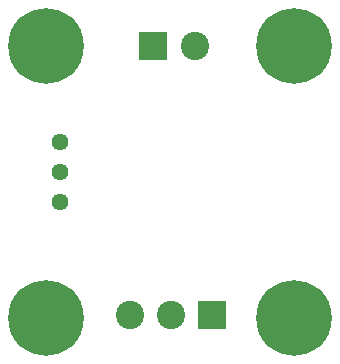
<source format=gbr>
%TF.GenerationSoftware,KiCad,Pcbnew,8.0.3*%
%TF.CreationDate,2024-08-02T11:09:55+07:00*%
%TF.ProjectId,waterleak V.1,77617465-726c-4656-916b-20562e312e6b,rev?*%
%TF.SameCoordinates,Original*%
%TF.FileFunction,Soldermask,Bot*%
%TF.FilePolarity,Negative*%
%FSLAX46Y46*%
G04 Gerber Fmt 4.6, Leading zero omitted, Abs format (unit mm)*
G04 Created by KiCad (PCBNEW 8.0.3) date 2024-08-02 11:09:55*
%MOMM*%
%LPD*%
G01*
G04 APERTURE LIST*
%ADD10C,0.800000*%
%ADD11C,6.400000*%
%ADD12R,2.400000X2.400000*%
%ADD13C,2.400000*%
%ADD14C,1.440000*%
G04 APERTURE END LIST*
D10*
%TO.C,H1*%
X92600000Y-56000000D03*
X93302944Y-54302944D03*
X93302944Y-57697056D03*
X95000000Y-53600000D03*
D11*
X95000000Y-56000000D03*
D10*
X95000000Y-58400000D03*
X96697056Y-54302944D03*
X96697056Y-57697056D03*
X97400000Y-56000000D03*
%TD*%
%TO.C,H3*%
X92600000Y-79000000D03*
X93302944Y-77302944D03*
X93302944Y-80697056D03*
X95000000Y-76600000D03*
D11*
X95000000Y-79000000D03*
D10*
X95000000Y-81400000D03*
X96697056Y-77302944D03*
X96697056Y-80697056D03*
X97400000Y-79000000D03*
%TD*%
%TO.C,H4*%
X71600000Y-79000000D03*
X72302944Y-77302944D03*
X72302944Y-80697056D03*
X74000000Y-76600000D03*
D11*
X74000000Y-79000000D03*
D10*
X74000000Y-81400000D03*
X75697056Y-77302944D03*
X75697056Y-80697056D03*
X76400000Y-79000000D03*
%TD*%
%TO.C,H2*%
X71600000Y-56000000D03*
X72302944Y-54302944D03*
X72302944Y-57697056D03*
X74000000Y-53600000D03*
D11*
X74000000Y-56000000D03*
D10*
X74000000Y-58400000D03*
X75697056Y-54302944D03*
X75697056Y-57697056D03*
X76400000Y-56000000D03*
%TD*%
D12*
%TO.C,J2*%
X83100000Y-56000000D03*
D13*
X86600000Y-56000000D03*
%TD*%
D14*
%TO.C,RV2*%
X75200000Y-64160000D03*
X75200000Y-66700000D03*
X75200000Y-69240000D03*
%TD*%
D12*
%TO.C,J1*%
X88100000Y-78800000D03*
D13*
X84600000Y-78800000D03*
X81100000Y-78800000D03*
%TD*%
M02*

</source>
